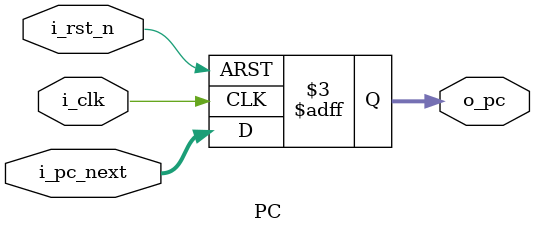
<source format=sv>
module PC(
    input        i_clk,
    input        i_rst_n,
    input  [31:0] i_pc_next,
    output logic [31:0] o_pc
);
    always_ff @(posedge i_clk or negedge i_rst_n) begin
        if(~i_rst_n) begin
            o_pc <= 32'd0;
        end
        else begin
            o_pc <= i_pc_next;
        end
    end
endmodule
</source>
